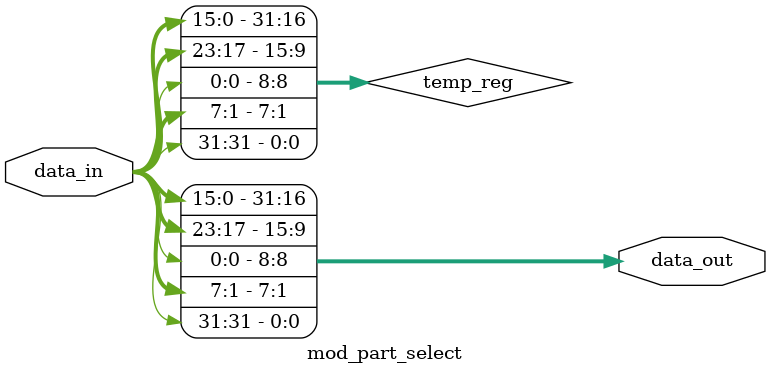
<source format=sv>
module mod_part_select (
    input wire [31:0] data_in,
    output logic [31:0] data_out
);
    logic [31:0] temp_reg;
    always_comb begin
        temp_reg[7:0] = data_in[7:0];
        temp_reg[15:8] = data_in[23:16];
        temp_reg[31:16] = data_in[15:0];
        temp_reg[0] = data_in[31];
        temp_reg[8] = data_in[0];
        data_out = temp_reg;
    end
endmodule


</source>
